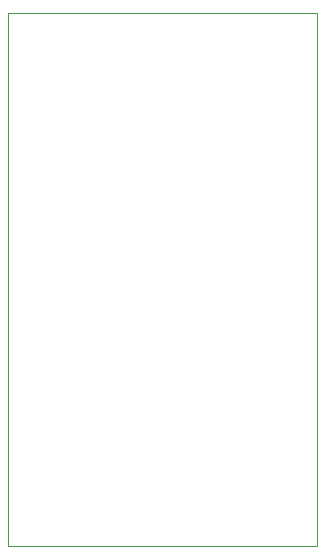
<source format=gko>
G75*
%MOIN*%
%OFA0B0*%
%FSLAX24Y24*%
%IPPOS*%
%LPD*%
%AMOC8*
5,1,8,0,0,1.08239X$1,22.5*
%
%ADD10C,0.0000*%
D10*
X002930Y004956D02*
X002930Y022700D01*
X013230Y022700D01*
X013230Y004956D01*
X002930Y004956D01*
M02*

</source>
